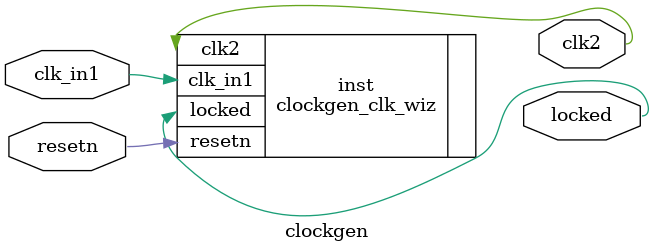
<source format=v>


`timescale 1ps/1ps

(* CORE_GENERATION_INFO = "clockgen,clk_wiz_v6_0_8_0_0,{component_name=clockgen,use_phase_alignment=true,use_min_o_jitter=false,use_max_i_jitter=false,use_dyn_phase_shift=false,use_inclk_switchover=false,use_dyn_reconfig=false,enable_axi=0,feedback_source=FDBK_AUTO,PRIMITIVE=MMCM,num_out_clk=1,clkin1_period=10.000,clkin2_period=10.000,use_power_down=false,use_reset=true,use_locked=true,use_inclk_stopped=false,feedback_type=SINGLE,CLOCK_MGR_TYPE=NA,manual_override=false}" *)

module clockgen 
 (
  // Clock out ports
  output        clk2,
  // Status and control signals
  input         resetn,
  output        locked,
 // Clock in ports
  input         clk_in1
 );

  clockgen_clk_wiz inst
  (
  // Clock out ports  
  .clk2(clk2),
  // Status and control signals               
  .resetn(resetn), 
  .locked(locked),
 // Clock in ports
  .clk_in1(clk_in1)
  );

endmodule

</source>
